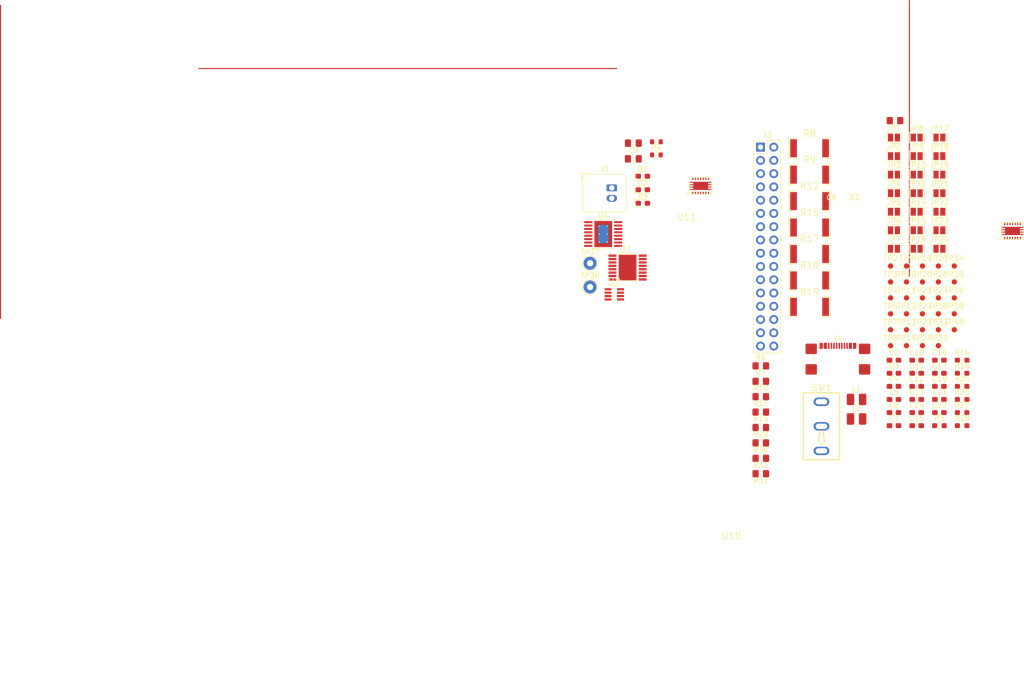
<source format=kicad_pcb>
(kicad_pcb (version 20241229) (generator "pcbnew") (generator_version "9.0")
  (layers (0 "F.Cu" signal) (2 "B.Cu" signal) (13 "F.Paste" user) (15 "B.Paste" user) (5 "F.SilkS" user "F.Silkscreen") (7 "B.SilkS" user "B.Silkscreen") (1 "F.Mask" user) (3 "B.Mask" user) (25 "Edge.Cuts" user))
  (net 0 "")
  (net 1 "GND")
  (net 2 "Net-(U1-VINT)")
  (net 3 "Load_Supply")
  (net 4 "Net-(JP19-B)")
  (net 5 "Net-(J1-Pin_1)")
  (net 6 "Battery")
  (net 7 "/5V_Out")
  (net 8 "EXT_LOAD1_OUT")
  (net 9 "EXT_LOAD2_OUT")
  (net 10 "Net-(U10-EN)")
  (net 11 "Net-(U4-VINT)")
  (net 12 "Net-(U11-EN)")
  (net 13 "Net-(U1-VCP)")
  (net 14 "Net-(U4-VCP)")
  (net 15 "Net-(JP15-A)")
  (net 16 "/3V3_Out")
  (net 17 "Net-(D1-A)")
  (net 18 "Net-(D3-A)")
  (net 19 "Net-(D3-K)")
  (net 20 "Net-(D4-A)")
  (net 22 "MOTOR1_A_OUT")
  (net 23 "I2C1_SDA")
  (net 24 "MOTOR2_CTRL1")
  (net 25 "CTRL_EXT_LOAD1")
  (net 27 "High_Voltage_(9V)")
  (net 28 "MOTOR4_CTRL2")
  (net 29 "FAST_CHARGE_CTRL")
  (net 30 "MOTOR3_CTRL1")
  (net 31 "MOTOR3_B_OUT")
  (net 32 "MOTOR1_CTRL2")
  (net 33 "CTRL_EXT_LOAD2")
  (net 34 "I2C1_SCL")
  (net 35 "MOTOR2_CTRL2")
  (net 36 "MOTOR1_CTRL1")
  (net 37 "MOTOR1_B_OUT")
  (net 38 "MOTOR3_CTRL2")
  (net 40 "MOTOR2_B_OUT")
  (net 41 "MOTOR3_A_OUT")
  (net 42 "MOTOR4_A_OUT")
  (net 43 "MOTOR4_B_OUT")
  (net 44 "MOTOR4_CTRL1")
  (net 45 "MOTOR2_A_OUT")
  (net 48 "/CC1")
  (net 49 "/CC2")
  (net 50 "Net-(JP1-B)")
  (net 51 "/AISEN1")
  (net 52 "Net-(JP3-B)")
  (net 53 "/BISEN1")
  (net 54 "Net-(JP5-B)")
  (net 55 "/AISEN2")
  (net 56 "Net-(JP7-B)")
  (net 57 "/BISEN2")
  (net 58 "Net-(JP9-A)")
  (net 59 "Net-(JP10-A)")
  (net 60 "/3V3_VOUT2")
  (net 63 "5V Out")
  (net 64 "/5V_VOUT2")
  (net 65 "Net-(JP15-B)")
  (net 66 "Net-(JP16-B)")
  (net 67 "Net-(JP18-A)")
  (net 68 "Net-(L1-Pad2)")
  (net 69 "Net-(L1-Pad1)")
  (net 70 "Net-(L2-Pad1)")
  (net 71 "Net-(L2-Pad2)")
  (net 72 "Net-(U10-FB)")
  (net 73 "Net-(U11-FB)")
  (net 74 "Net-(JP17-B)")
  (net 75 "Net-(R13-Pad2)")
  (net 76 "Net-(U9-PROG)")
  (net 77 "Net-(U1-~{FAULT})")
  (net 78 "Net-(U4-~{FAULT})")
  (net 79 "Net-(R25-Pad2)")
  (net 80 "Net-(U13-CFG1)")
  (net 81 "Net-(U13-VBUS)")
  (net 82 "/VBUS")
  (net 83 "Net-(U10-PG)")
  (net 84 "Net-(U11-PG)")
  (net 85 "Charger")
  (net 86 "/M2BO2")
  (net 87 "/M3AO2")
  (net 88 "/M4AB2")
  (net 89 "Net-(JP13-A)")
  (net 90 "Net-(JP13-B)")
  (net 91 "/M2AO1")
  (net 92 "/M2AO2")
  (footprint "Jumper:SolderJumper-2_P1.3mm_Open_Pad1.0x1.5mm" (layer "F.Cu") (at 263.5 83.35)
    (property "Reference" "JP1")
    (property "Value" "Jumper_2_Small_Open")
  )
  (footprint "Library:R2512" (layer "F.Cu") (at 247.3473 115.7814)
    (property "Reference" "R19")
    (property "Value" "0.22")
  )
  (footprint "Resistor_SMD:R_0805_2012Metric_Pad1.20x1.40mm_HandSolder" (layer "F.Cu") (at 238.01 141.83)
    (property "Reference" "R29")
    (property "Value" "6k8")
  )
  (footprint "Resistor_SMD:R_0603_1608Metric_Pad0.98x0.95mm_HandSolder" (layer "F.Cu") (at 276.55 125.98)
    (property "Reference" "R14")
    (property "Value" "1k")
  )
  (footprint "Jumper:SolderJumper-2_P1.3mm_Open_Pad1.0x1.5mm" (layer "F.Cu") (at 263.5 90.45)
    (property "Reference" "JP3")
    (property "Value" "Jumper_2_Small_Open")
  )
  (footprint "Jumper:SolderJumper-2_P1.3mm_Open_Pad1.0x1.5mm" (layer "F.Cu") (at 263.5 97.55)
    (property "Reference" "JP5")
    (property "Value" "Jumper_2_Small_Open")
  )
  (footprint "Capacitor_SMD:C_0603_1608Metric_Pad1.08x0.95mm_HandSolder" (layer "F.Cu") (at 272.2 128.49)
    (property "Reference" "C17")
    (property "Value" "2.2u")
  )
  (footprint "Jumper:SolderJumper-2_P1.3mm_Open_Pad1.0x1.5mm" (layer "F.Cu") (at 272.2 86.9)
    (property "Reference" "JP18")
    (property "Value" "Jumper_2_Small_Open")
  )
  (footprint "TestPoint:TestPoint_Pad_D1.0mm" (layer "F.Cu") (at 268.95 120.15)
    (property "Reference" "TP23")
    (property "Value" "TestPoint")
  )
  (footprint "Resistor_SMD:R_0603_1608Metric_Pad0.98x0.95mm_HandSolder" (layer "F.Cu") (at 276.55 128.49)
    (property "Reference" "R16")
    (property "Value" "1k")
  )
  (footprint "Resistor_SMD:R_0603_1608Metric" (layer "F.Cu") (at 218.0275 86.67)
    (property "Reference" "R4")
    (property "Value" "1.8k")
  )
  (footprint "TestPoint:TestPoint_Pad_D1.0mm" (layer "F.Cu") (at 262.85 114.05)
    (property "Reference" "TP4")
    (property "Value" "TestPoint")
  )
  (footprint "Resistor_SMD:R_0805_2012Metric_Pad1.20x1.40mm_HandSolder" (layer "F.Cu") (at 238.01 132.98)
    (property "Reference" "R10")
    (property "Value" "200")
  )
  (footprint "Resistor_SMD:R_0805_2012Metric_Pad1.20x1.40mm_HandSolder" (layer "F.Cu") (at 238.01 135.93)
    (property "Reference" "R11")
    (property "Value" "200")
  )
  (footprint "TestPoint:TestPoint_Pad_D1.0mm" (layer "F.Cu") (at 268.95 114.05)
    (property "Reference" "TP21")
    (property "Value" "TestPoint")
  )
  (footprint "Jumper:SolderJumper-2_P1.3mm_Open_Pad1.0x1.5mm" (layer "F.Cu") (at 267.85 83.35)
    (property "Reference" "JP8")
    (property "Value" "Jumper_2_Small_Open")
  )
  (footprint "Resistor_SMD:R_0805_2012Metric_Pad1.20x1.40mm_HandSolder" (layer "F.Cu") (at 263.7 80.1)
    (property "Reference" "R32")
    (property "Value" "10k")
  )
  (footprint "LED_SMD:LED_0603_1608Metric_Pad1.05x0.95mm_HandSolder" (layer "F.Cu") (at 215.4325 90.75)
    (property "Reference" "D1")
    (property "Value" "LED")
  )
  (footprint "Capacitor_SMD:C_0805_2012Metric_Pad1.18x1.45mm_HandSolder" (layer "F.Cu") (at 213.6175 87.42)
    (property "Reference" "C9")
    (property "Value" "47u")
  )
  (footprint "Library:R2512" (layer "F.Cu") (at 247.3473 105.6502)
    (property "Reference" "R17")
    (property "Value" "0.22")
  )
  (footprint "Capacitor_SMD:C_0805_2012Metric_Pad1.18x1.45mm_HandSolder" (layer "F.Cu") (at 213.6175 84.41)
    (property "Reference" "C8")
    (property "Value" "47u")
  )
  (footprint "Capacitor_SMD:C_0603_1608Metric_Pad1.08x0.95mm_HandSolder" (layer "F.Cu") (at 263.5 131)
    (property "Reference" "C4")
    (property "Value" "1u")
  )
  (footprint "TestPoint:TestPoint_Pad_D1.0mm" (layer "F.Cu") (at 262.85 117.1)
    (property "Reference" "TP6")
    (property "Value" "TestPoint")
  )
  (footprint "Capacitor_SMD:C_0603_1608Metric_Pad1.08x0.95mm_HandSolder" (layer "F.Cu") (at 267.85 136.02)
    (property "Reference" "C14")
    (property "Value" "10u")
  )
  (footprint "Jumper:SolderJumper-2_P1.3mm_Open_Pad1.0x1.5mm" (layer "F.Cu") (at 272.2 104.65)
    (property "Reference" "JP24")
    (property "Value" "Jumper_2_Small_Open")
  )
  (footprint "TestPoint:TestPoint_Pad_D1.0mm" (layer "F.Cu") (at 265.9 117.1)
    (property "Reference" "TP12")
    (property "Value" "TestPoint")
  )
  (footprint "TestPoint:TestPoint_Pad_D1.0mm" (layer "F.Cu") (at 272 117.1)
    (property "Reference" "TP30")
    (property "Value" "TestPoint")
  )
  (footprint "Capacitor_SMD:C_0603_1608Metric_Pad1.08x0.95mm_HandSolder" (layer "F.Cu") (at 267.85 133.51)
    (property "Reference" "C13")
    (property "Value" "2.2u")
  )
  (footprint "Jumper:SolderJumper-2_P1.3mm_Open_Pad1.0x1.5mm" (layer "F.Cu") (at 267.85 97.55)
    (property "Reference" "JP14")
    (property "Value" "Jumper_2_Small_Open")
  )
  (footprint "TestPoint:TestPoint_Pad_D1.0mm" (layer "F.Cu") (at 275.05 117.1)
    (property "Reference" "TP39")
    (property "Value" "TestPoint")
  )
  (footprint "Jumper:SolderJumper-2_P1.3mm_Open_Pad1.0x1.5mm" (layer "F.Cu") (at 263.5 94)
    (property "Reference" "JP4")
    (property "Value" "Jumper_2_Small_Open")
  )
  (footprint "Capacitor_SMD:C_0603_1608Metric_Pad1.08x0.95mm_HandSolder" (layer "F.Cu") (at 263.5 138.53)
    (property "Reference" "C7")
    (property "Value" "10u")
  )
  (footprint "TestPoint:TestPoint_Pad_D1.0mm" (layer "F.Cu") (at 272 123.2)
    (property "Reference" "TP33")
    (property "Value" "TestPoint")
  )
  (footprint "TestPoint:TestPoint_THTPad_D2.5mm_Drill1.2mm" (layer "F.Cu") (at 205.3375 107.42)
    (property "Reference" "TP37")
    (property "Value" "TestPoint")
  )
  (footprint "Jumper:SolderJumper-2_P1.3mm_Open_Pad1.0x1.5mm" (layer "F.Cu") (at 272.2 101.1)
    (property "Reference" "JP23")
    (property "Value" "Jumper_2_Small_Open")
  )
  (footprint "Library:R2512" (layer "F.Cu") (at 247.3473 85.3878)
    (property "Reference" "R8")
    (property "Value" "0.22")
  )
  (footprint "Connector_PinHeader_2.54mm:PinHeader_2x16_P2.54mm_Vertical" (layer "F.Cu") (at 237.96 85.18)
    (property "Reference" "J3")
    (property "Value" "Conn_02x16_Odd_Even")
  )
  (footprint "Jumper:SolderJumper-2_P1.3mm_Open_Pad1.0x1.5mm" (layer "F.Cu") (at 267.85 90.45)
    (property "Reference" "JP10")
    (property "Value" "Jumper_2_Small_Open")
  )
  (footprint "TestPoint:TestPoint_Pad_D1.0mm" (layer "F.Cu") (at 262.85 123.2)
    (property "Reference" "TP8")
    (property "Value" "TestPoint")
  )
  (footprint "TestPoint:TestPoint_Pad_D1.0mm" (layer "F.Cu") (at 265.9 114.05)
    (property "Reference" "TP11")
    (property "Value" "TestPoint")
  )
  (footprint "Jumper:SolderJumper-2_P1.3mm_Open_Pad1.0x1.5mm" (layer "F.Cu") (at 263.5 104.65)
    (property "Reference" "JP7")
    (property "Value" "Jumper_2_Small_Open")
  )
  (footprint "LED_SMD:LED_0603_1608Metric_Pad1.05x0.95mm_HandSolder" (layer "F.Cu") (at 215.4325 95.93)
    (property "Reference" "D4")
    (property "Value" "LED")
  )
  (footprint "Resistor_SMD:R_0603_1608Metric" (layer "F.Cu") (at 218.0275 84.16)
    (property "Reference" "R2")
    (property "Value" "1.8k")
  )
  (footprint "TestPoint:TestPoint_Pad_D1.0mm" (layer "F.Cu") (at 272 120.15)
    (property "Reference" "TP32")
    (property "Value" "TestPoint")
  )
  (footprint "Capacitor_SMD:C_0603_1608Metric_Pad1.08x0.95mm_HandSolder" (layer "F.Cu") (at 272.2 131)
    (property "Reference" "C19")
    (property "Value" "10u")
  )
  (footprint "Library:DRV8833PWPR" (layer "F.Cu") (at 212.512575 108.242725)
    (property "Reference" "U1")
    (property "Value" "DRV8833PWPR")
  )
  (footprint "Connector_JST:JST_JWPF_B02B-JWPF-SK-R_1x02_P2.00mm_Vertical" (layer "F.Cu") (at 209.4875 92.98)
    (property "Reference" "J1")
    (property "Value" "Conn_01x02_Pin")
  )
  (footprint "Resistor_SMD:R_0805_2012Metric_Pad1.20x1.40mm_HandSolder" (layer "F.Cu") (at 238.01 147.73)
    (property "Reference" "R31")
    (property "Value" "10k")
  )
  (footprint "Jumper:SolderJumper-2_P1.3mm_Open_Pad1.0x1.5mm" (layer "F.Cu") (at 272.2 97.55)
    (property "Reference" "JP22")
    (property "Value" "Jumper_2_Small_Open")
  )
  (footprint "Jumper:SolderJumper-2_P1.3mm_Open_Pad1.0x1.5mm" (layer "F.Cu") (at 272.2 83.35)
    (property "Reference" "JP17")
    (property "Value" "Jumper_2_Small_Open")
  )
  (footprint "Library:INA219AIDCNR" (layer "F.Cu") (at 209.9667 113.3798)
    (property "Reference" "U2")
    (property "Value" "INA219AxDCN")
  )
  (footprint "TestPoint:TestPoint_Pad_D1.0mm" (layer "F.Cu") (at 262.85 120.15)
    (property "Reference" "TP7")
    (property "Value" "TestPoint")
  )
  (footprint "Package_SO:HTSSOP-16-1EP_4.4x5mm_P0.65mm_EP3.4x5mm_Mask2.46x2.31mm_ThermalVias" (layer "F.Cu") (at 207.8625 101.825)
    (property "Reference" "U4")
    (property "Value" "DRV8833PWP")
  )
  (footprint "TestPoint:TestPoint_Pad_D1.0mm" (layer "F.Cu") (at 265.9 107.95)
    (property "Reference" "TP9")
    (property "Value" "TestPoint")
  )
  (footprint "TestPoint:TestPoint_THTPad_D2.5mm_Drill1.2mm" (layer "F.Cu") (at 205.3375 111.97)
    (property "Reference" "TP38")
    (property "Value" "TestPoint")
  )
  (footprint "TestPoint:TestPoint_Pad_D1.0mm" (layer "F.Cu") (at 268.95 111)
    (property "Reference" "TP20")
    (property "Value" "TestPoint")
  )
  (footprint "TestPoint:TestPoint_Pad_D1.0mm" (layer "F.Cu") (at 272 111)
    (property "Reference" "TP26")
    (property "Value" "TestPoint")
  )
  (footprint "TestPoint:TestPoint_Pad_D1.0mm" (layer "F.Cu") (at 268.95 123.2)
    (property "Reference" "TP24")
    (property "Value" "TestPoint")
  )
  (footprint "Resistor_SMD:R_0603_1608Metric_Pad0.98x0.95mm_HandSolder" (layer "F.Cu") (at 276.55 138.53)
    (property "Reference" "R28")
    (property "Value" "1k")
  )
  (footprint "Resistor_SMD:R_0805_2012Metric_Pad1.20x1.40mm_HandSolder" (layer "F.Cu") (at 238.01 130.03)
    (property "Reference" "R7")
    (property "Value" "8.2k")
  )
  (footprint "TestPoint:TestPoint_Pad_D1.0mm" (layer "F.Cu") (at 265.9 120.15)
    (property "Reference" "TP13")
    (property "Value" "TestPoint")
  )
  (footprint "Capacitor_SMD:C_0603_1608Metric_Pad1.08x0.95mm_HandSolder" (layer "F.Cu") (at 263.5 133.51)
    (property "Reference" "C5")
    (property "Value" "0.1u")
  )
  (footprint "TestPoint:TestPoint_Pad_D1.0mm" (layer "F.Cu") (at 275.05 107.95)
    (property "Reference" "TP34")
    (property "Value" "TestPoint")
  )
  (footprint "Resistor_SMD:R_0805_2012Metric_Pad1.20x1.40mm_HandSolder" (layer "F.Cu") (at 238.01 127.08)
    (property "Reference" "R6")
    (property "Value" "10k")
  )
  (footprint "Jumper:SolderJumper-2_P1.3mm_Open_Pad1.0x1.5mm" (layer "F.Cu") (at 267.85 94)
    (property "Reference" "JP11")
    (property "Value" "Jumper_2_Small_Open")
  )
  (footprint "TestPoint:TestPoint_Pad_D1.0mm" (layer "F.Cu") (at 275.05 111)
    (property "Reference" "TP35")
    (property "Value" "TestPoint")
  )
  (footprint "Jumper:SolderJumper-2_P1.3mm_Open_Pad1.0x1.5mm" (layer "F.Cu") (at 263.5 86.9)
    (property "Reference" "JP2")
    (property "Value" "Jumper_2_Small_Open")
  )
  (footprint "Resistor_SMD:R_0805_2012Metric_Pad1.20x1.40mm_HandSolder" (layer "F.Cu") (at 238.01 138.88)
    (property "Reference" "R13")
    (property "Value" "5k6")
  )
  (footprint "Capacitor_SMD:C_0603_1608Metric_Pad1.08x0.95mm_HandSolder" (layer "F.Cu") (at 267.85 128.49)
    (property "Reference" "C11")
    (property "Value" "10u")
  )
  (footprint "Inductor_SMD:L_1008_2520Metric_Pad1.43x2.20mm_HandSolder" (layer "F.Cu") (at 256.3375 133.5)
    (property "Reference" "L1")
    (property "Value" "2.2u")
  )
  (footprint "Capacitor_SMD:C_0603_1608Metric_Pad1.08x0.95mm_HandSolder" (layer "F.Cu") (at 272.2 125.98)
    (property "Reference" "C16")
    (property "Value" "2.2u")
  )
  (footprint "Capacitor_SMD:C_0603_1608Metric_Pad1.08x0.95mm_HandSolder" (layer "F.Cu") (at 267.85 125.98)
    (property "Reference" "C10")
    (property "Value" "100n")
  )
  (footprint "Jumper:SolderJumper-2_P1.3mm_Open_Pad1.0x1.5mm" (layer "F.Cu") (at 272.2 94)
    (property "Reference" "JP21")
    (property "Value" "Jumper_2_Small_Open")
  )
  (footprint "LED_SMD:LED_0603_1608Metric_Pad1.05x0.95mm_HandSolder" (layer "F.Cu") (at 215.4325 93.34)
    (property "Reference" "D3")
    (property "Value" "Red")
  )
  (footprint "TestPoint:TestPoint_Pad_D1.0mm" (layer "F.Cu") (at 262.85 111)
    (property "Reference" "TP3")
    (property "Value" "TestPoint")
  )
  (footprint "Resistor_SMD:R_0603_1608Metric_Pad0.98x0.95mm_HandSolder" (layer "F.Cu") (at 276.55 136.02)
    (property "Reference" "R27")
    (property "Value" "4.7k")
  )
  (footprint "Capacitor_SMD:C_0603_1608Metric_Pad1.08x0.95mm_HandSolder" (layer "F.Cu") (at 263.5 136.02)
    (property "Reference" "C6")
    (property "Value" "10u")
  )
  (footprint "Jumper:SolderJumper-2_P1.3mm_Open_Pad1.0x1.5mm" (layer "F.Cu") (at 267.85 86.9)
    (property "Reference" "JP9")
    (property "Value" "Jumper_2_Small_Open")
  )
  (footprint "Capacitor_SMD:C_0603_1608Metric_Pad1.08x0.95mm_HandSolder" (layer "F.Cu") (at 263.5 125.98)
    (property "Reference" "C2")
    (property "Value" "2.2u")
  )
  (footprint "TestPoint:TestPoint_Pad_D1.0mm" (layer "F.Cu") (at 265.9 123.2)
    (property "Reference" "TP14")
    (property "Value" "TestPoint")
  )
  (footprint "Jumper:SolderJumper-2_P1.3mm_Open_Pad1.0x1.5mm" (layer "F.Cu") (at 267.85 104.65)
    (property "Reference" "JP16")
    (property "Value" "Jumper_2_Small_Open")
  )
  (footprint "Jumper:SolderJumper-2_P1.3mm_Open_Pad1.0x1.5mm" (layer "F.Cu") (at 272.2 90.45)
    (property "Reference" "JP19")
    (property "Value" "Jumper_2_Small_Open")
  )
  (footprint "Resistor_SMD:R_0603_1608Metric_Pad0.98x0.95mm_HandSolder" (layer "F.Cu") (at 276.55 133.51)
    (property "Reference" "R25")
    (property "Value" "1k8")
  )
  (footprint "TestPoint:TestPoint_Pad_D1.0mm" (layer "F.Cu") (at 268.95 107.95)
    (property "Reference" "TP19")
    (property "Value" "TestPoint")
  )
  (footprint "Capacitor_SMD:C_0603_1608Metric_Pad1.08x0.95mm_HandSolder" (layer "F.Cu") (at 272.2 136.02)
    (property "Reference" "C22")
    (property "Value" "10u")
  )
  (footprint "TestPoint:TestPoint_Pad_D1.0mm" (layer "F.Cu") (at 262.85 107.95)
    (property "Reference" "TP2")
    (property "Value" "TestPoint")
  )
  (footprint "Capacitor_SMD:C_0603_1608Metric_Pad1.08x0.95mm_HandSolder" (layer "F.Cu") (at 267.85 131)
    (property "Reference" "C12")
    (property "Value" "10u")
  )
  (footprint "TestPoint:TestPoint_Pad_D1.0mm" (layer "F.Cu") (at 268.95 117.1)
    (property "Reference" "TP22")
    (property "Value" "TestPoint")
  )
  (footprint "Library:R2512" (layer "F.Cu") (at 247.3473 90.4534)
    (property "Reference" "R9")
    (property "Value" "0.22")
  )
  (footprint "Capacitor_SMD:C_0603_1608Metric_Pad1.08x0.95mm_HandSolder" (layer "F.Cu") (at 263.5 128.49)
    (property "Reference" "C3")
    (property "Value" "10u")
  )
  (footprint "Library:SW-TH_1MS1T1B1M1QES-5" (layer "F.Cu") (at 249.6195 138.652)
    (property "Reference" "SW1")
    (property "Value" "SW_Nidec_CAS-120A1")
  )
  (footprint "Capacitor_SMD:C_0603_1608Metric_Pad1.08x0.95mm_HandSolder" (layer "F.Cu") (at 272.2 133.51)
    (property "Reference" "C21")
    (property "Value" "1u")
  )
  (footprint "Jumper:SolderJumper-2_P1.3mm_Open_Pad1.0x1.5mm" (layer "F.Cu") (at 267.85 101.1)
    (property "Reference" "JP15")
    (property "Value" "Jumper_2_Small_Open")
  )
  (footprint "Capacitor_SMD:C_0603_1608Metric_Pad1.08x0.95mm_HandSolder" (layer "F.Cu") (at 267.85 138.53)
    (property "Reference" "C15")
    (property "Value" "100n")
  )
  (footprint "Connector_USB:USB_C_Receptacle_GCT_USB4110" (layer "F.Cu") (at 252.7675 126.92)
    (property "Reference" "J4")
    (property "Value" "USB_C_Receptacle_PowerOnly_6P")
  )
  (footprint "Inductor_SMD:L_1008_2520Metric_Pad1.43x2.20mm_HandSolder" (layer "F.Cu") (at 256.3375 137.25)
    (property "Reference" "L2")
    (property "Value" "2.2u")
  )
  (footprint "TestPoint:TestPoint_Pad_D1.0mm" (layer "F.Cu") (at 272 107.95)
    (property "Reference" "TP25")
    (property "Value" "TestPoint")
  )
  (footprint "TestPoint:TestPoint_Pad_D1.0mm" (layer "F.Cu") (at 272 114.05)
    (property "Reference" "TP27")
    (property "Value" "TestPoint")
  )
  (footprint "Resistor_SMD:R_0805_2012Metric_Pad1.20x1.40mm_HandSolder" (layer "F.Cu") (at 238.01 144.78)
    (property "Reference" "R30")
    (property "Value" "10k")
  )
  (footprint "TestPoint:TestPoint_Pad_D1.0mm" (layer "F.Cu") (at 275.05 114.05)
    (property "Reference" "TP36")
    (property "Value" "TestPoint")
  )
  (footprint "Library:TPS63020DSJR" (layer "F.Cu") (at 159.4829 187.4748)
    (property "Reference" "U11")
    (property "Value" "TPS63020")
  )
  (footprint "TestPoint:TestPoint_Pad_D1.0mm" (layer "F.Cu") (at 275.05 120.15)
    (property "Reference" "TP40")
    (property "Value" "TestPoint")
  )
  (footprint "Library:R2512" (layer "F.Cu") (at 247.3473 100.5846)
    (property "Reference" "R15")
    (property "Value" "0.22")
  )
  (footprint "Jumper:SolderJumper-2_P1.3mm_Open_Pad1.0x1.5mm" (layer "F.Cu") (at 263.5 101.1)
    (property "Reference" "JP6")
    (property "Value" "Jumper_2_Small_Open")
  )
  (footprint "Resistor_SMD:R_0603_1608Metric_Pad0.98x0.95mm_HandSolder" (layer "F.Cu") (at 276.55 131)
    (property "Reference" "R24")
    (property "Value" "4.7k")
  )
  (footprint "Resistor_SMD:R_0603_1608Metric_Pad0.98x0.95mm_HandSolder" (layer "F.Cu") (at 272.2 138.53)
    (property "Reference" "R5")
    (property "Value" "1k")
  )
  (footprint "TestPoint:TestPoint_Pad_D1.0mm" (layer "F.Cu") (at 265.9 111)
    (property "Reference" "TP10")
    (property "Value" "TestPoint")
  )
  (footprint "Library:R2512" (layer "F.Cu") (at 247.3473 95.519)
    (property "Reference" "R12")
    (property "Value" "0.22")
  )
  (footprint "Library:TPS63020DSJR" (layer "F.Cu") (at 99.7951 178.8449)
    (property "Reference" "U10")
    (property "Value" "TPS63020")
  )
  (footprint "Library:R2512" (layer "F.Cu") (at 247.3473 110.7158)
    (property "Reference" "R18")
    (property "Value" "0.22")
  )
  (gr_line (start 92.5 58) (end 92.5 118) (stroke (width 0.2)) (layer "F.Cu"))
  (gr_line (start 266.45 57.1) (end 266.45 110.05) (stroke (width 0.2)) (layer "F.Cu") (net 1))
  (gr_line (start 210.425 70.12) (end 130.425 70.12) (stroke (width 0.2)) (layer "F.Cu"))
)
</source>
